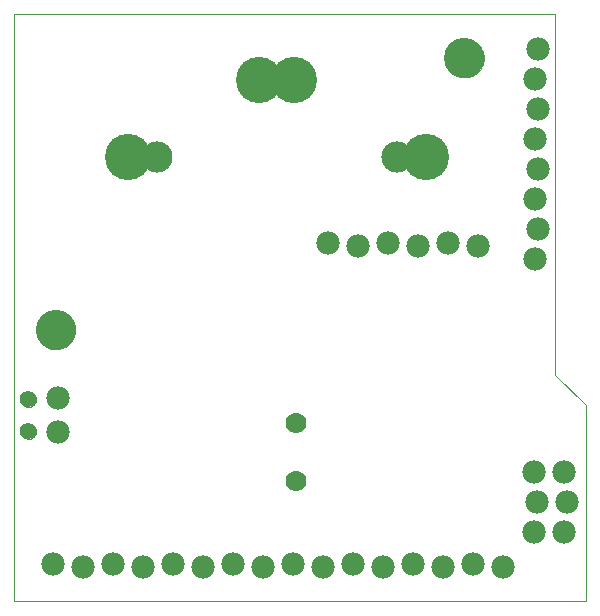
<source format=gbs>
G75*
G70*
%OFA0B0*%
%FSLAX24Y24*%
%IPPOS*%
%LPD*%
%AMOC8*
5,1,8,0,0,1.08239X$1,22.5*
%
%ADD10C,0.0000*%
%ADD11C,0.0552*%
%ADD12C,0.0700*%
%ADD13C,0.1040*%
%ADD14C,0.0780*%
%ADD15C,0.1540*%
%ADD16C,0.1340*%
D10*
X002631Y002862D02*
X002631Y022429D01*
X020662Y022429D01*
X020662Y010421D01*
X021686Y009398D01*
X021686Y002862D01*
X002631Y002862D01*
X002847Y008532D02*
X002849Y008563D01*
X002855Y008594D01*
X002864Y008624D01*
X002877Y008653D01*
X002894Y008680D01*
X002914Y008704D01*
X002936Y008726D01*
X002962Y008745D01*
X002989Y008761D01*
X003018Y008773D01*
X003048Y008782D01*
X003079Y008787D01*
X003111Y008788D01*
X003142Y008785D01*
X003173Y008778D01*
X003203Y008768D01*
X003231Y008754D01*
X003257Y008736D01*
X003281Y008716D01*
X003302Y008692D01*
X003321Y008667D01*
X003336Y008639D01*
X003347Y008610D01*
X003355Y008579D01*
X003359Y008548D01*
X003359Y008516D01*
X003355Y008485D01*
X003347Y008454D01*
X003336Y008425D01*
X003321Y008397D01*
X003302Y008372D01*
X003281Y008348D01*
X003257Y008328D01*
X003231Y008310D01*
X003203Y008296D01*
X003173Y008286D01*
X003142Y008279D01*
X003111Y008276D01*
X003079Y008277D01*
X003048Y008282D01*
X003018Y008291D01*
X002989Y008303D01*
X002962Y008319D01*
X002936Y008338D01*
X002914Y008360D01*
X002894Y008384D01*
X002877Y008411D01*
X002864Y008440D01*
X002855Y008470D01*
X002849Y008501D01*
X002847Y008532D01*
X002847Y009595D02*
X002849Y009626D01*
X002855Y009657D01*
X002864Y009687D01*
X002877Y009716D01*
X002894Y009743D01*
X002914Y009767D01*
X002936Y009789D01*
X002962Y009808D01*
X002989Y009824D01*
X003018Y009836D01*
X003048Y009845D01*
X003079Y009850D01*
X003111Y009851D01*
X003142Y009848D01*
X003173Y009841D01*
X003203Y009831D01*
X003231Y009817D01*
X003257Y009799D01*
X003281Y009779D01*
X003302Y009755D01*
X003321Y009730D01*
X003336Y009702D01*
X003347Y009673D01*
X003355Y009642D01*
X003359Y009611D01*
X003359Y009579D01*
X003355Y009548D01*
X003347Y009517D01*
X003336Y009488D01*
X003321Y009460D01*
X003302Y009435D01*
X003281Y009411D01*
X003257Y009391D01*
X003231Y009373D01*
X003203Y009359D01*
X003173Y009349D01*
X003142Y009342D01*
X003111Y009339D01*
X003079Y009340D01*
X003048Y009345D01*
X003018Y009354D01*
X002989Y009366D01*
X002962Y009382D01*
X002936Y009401D01*
X002914Y009423D01*
X002894Y009447D01*
X002877Y009474D01*
X002864Y009503D01*
X002855Y009533D01*
X002849Y009564D01*
X002847Y009595D01*
X003359Y011917D02*
X003361Y011967D01*
X003367Y012017D01*
X003377Y012067D01*
X003390Y012115D01*
X003407Y012163D01*
X003428Y012209D01*
X003452Y012253D01*
X003480Y012295D01*
X003511Y012335D01*
X003545Y012372D01*
X003582Y012407D01*
X003621Y012438D01*
X003662Y012467D01*
X003706Y012492D01*
X003752Y012514D01*
X003799Y012532D01*
X003847Y012546D01*
X003896Y012557D01*
X003946Y012564D01*
X003996Y012567D01*
X004047Y012566D01*
X004097Y012561D01*
X004147Y012552D01*
X004195Y012540D01*
X004243Y012523D01*
X004289Y012503D01*
X004334Y012480D01*
X004377Y012453D01*
X004417Y012423D01*
X004455Y012390D01*
X004490Y012354D01*
X004523Y012315D01*
X004552Y012274D01*
X004578Y012231D01*
X004601Y012186D01*
X004620Y012139D01*
X004635Y012091D01*
X004647Y012042D01*
X004655Y011992D01*
X004659Y011942D01*
X004659Y011892D01*
X004655Y011842D01*
X004647Y011792D01*
X004635Y011743D01*
X004620Y011695D01*
X004601Y011648D01*
X004578Y011603D01*
X004552Y011560D01*
X004523Y011519D01*
X004490Y011480D01*
X004455Y011444D01*
X004417Y011411D01*
X004377Y011381D01*
X004334Y011354D01*
X004289Y011331D01*
X004243Y011311D01*
X004195Y011294D01*
X004147Y011282D01*
X004097Y011273D01*
X004047Y011268D01*
X003996Y011267D01*
X003946Y011270D01*
X003896Y011277D01*
X003847Y011288D01*
X003799Y011302D01*
X003752Y011320D01*
X003706Y011342D01*
X003662Y011367D01*
X003621Y011396D01*
X003582Y011427D01*
X003545Y011462D01*
X003511Y011499D01*
X003480Y011539D01*
X003452Y011581D01*
X003428Y011625D01*
X003407Y011671D01*
X003390Y011719D01*
X003377Y011767D01*
X003367Y011817D01*
X003361Y011867D01*
X003359Y011917D01*
X016981Y020973D02*
X016983Y021023D01*
X016989Y021073D01*
X016999Y021123D01*
X017012Y021171D01*
X017029Y021219D01*
X017050Y021265D01*
X017074Y021309D01*
X017102Y021351D01*
X017133Y021391D01*
X017167Y021428D01*
X017204Y021463D01*
X017243Y021494D01*
X017284Y021523D01*
X017328Y021548D01*
X017374Y021570D01*
X017421Y021588D01*
X017469Y021602D01*
X017518Y021613D01*
X017568Y021620D01*
X017618Y021623D01*
X017669Y021622D01*
X017719Y021617D01*
X017769Y021608D01*
X017817Y021596D01*
X017865Y021579D01*
X017911Y021559D01*
X017956Y021536D01*
X017999Y021509D01*
X018039Y021479D01*
X018077Y021446D01*
X018112Y021410D01*
X018145Y021371D01*
X018174Y021330D01*
X018200Y021287D01*
X018223Y021242D01*
X018242Y021195D01*
X018257Y021147D01*
X018269Y021098D01*
X018277Y021048D01*
X018281Y020998D01*
X018281Y020948D01*
X018277Y020898D01*
X018269Y020848D01*
X018257Y020799D01*
X018242Y020751D01*
X018223Y020704D01*
X018200Y020659D01*
X018174Y020616D01*
X018145Y020575D01*
X018112Y020536D01*
X018077Y020500D01*
X018039Y020467D01*
X017999Y020437D01*
X017956Y020410D01*
X017911Y020387D01*
X017865Y020367D01*
X017817Y020350D01*
X017769Y020338D01*
X017719Y020329D01*
X017669Y020324D01*
X017618Y020323D01*
X017568Y020326D01*
X017518Y020333D01*
X017469Y020344D01*
X017421Y020358D01*
X017374Y020376D01*
X017328Y020398D01*
X017284Y020423D01*
X017243Y020452D01*
X017204Y020483D01*
X017167Y020518D01*
X017133Y020555D01*
X017102Y020595D01*
X017074Y020637D01*
X017050Y020681D01*
X017029Y020727D01*
X017012Y020775D01*
X016999Y020823D01*
X016989Y020873D01*
X016983Y020923D01*
X016981Y020973D01*
D11*
X003103Y009595D03*
X003103Y008532D03*
D12*
X012009Y008795D03*
X012009Y006874D03*
D13*
X015386Y017666D03*
X007394Y017666D03*
D14*
X013103Y014802D03*
X014103Y014702D03*
X015103Y014802D03*
X016103Y014702D03*
X017103Y014802D03*
X018103Y014702D03*
X019982Y014288D03*
X020082Y015288D03*
X019982Y016288D03*
X020082Y017288D03*
X019982Y018288D03*
X020082Y019288D03*
X019982Y020288D03*
X020082Y021288D03*
X019962Y007185D03*
X020062Y006185D03*
X020966Y007185D03*
X021066Y006185D03*
X020966Y005185D03*
X019962Y005185D03*
X018926Y004015D03*
X017926Y004115D03*
X016926Y004015D03*
X015926Y004115D03*
X014926Y004015D03*
X013926Y004115D03*
X012926Y004015D03*
X011926Y004115D03*
X010929Y004015D03*
X009929Y004115D03*
X008929Y004015D03*
X007929Y004115D03*
X006929Y004015D03*
X005929Y004115D03*
X004929Y004015D03*
X003929Y004115D03*
X004077Y008507D03*
X004077Y009647D03*
D15*
X006410Y017666D03*
X010780Y020225D03*
X011961Y020225D03*
X016371Y017666D03*
D16*
X017631Y020973D03*
X004009Y011917D03*
M02*

</source>
